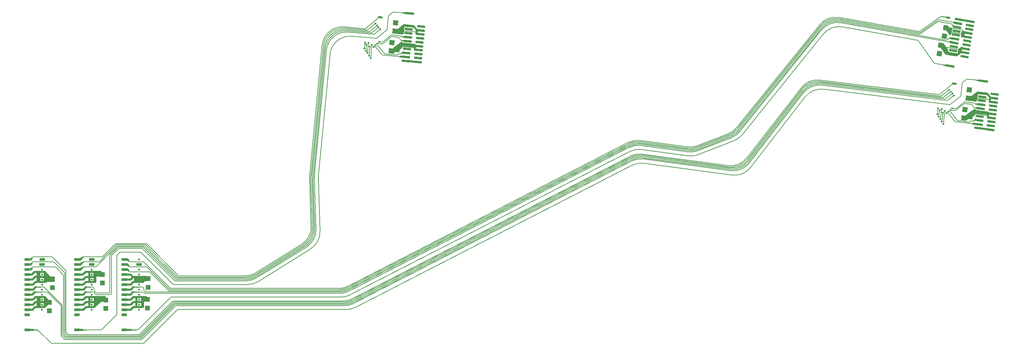
<source format=gbr>
*
G4_C Author: OrCAD GerbTool(tm) 8.1.1 Thu Jun 19 12:26:17 2003*
G4 Mass Parameters *
G4 Image *
G4 Aperture Definitions *
G4 Plot Data *
G4 Mass Parameters *
G4 Image *
G4 Aperture Definitions *
G4 Plot Data *
G4 Mass Parameters *
G4 Image *
G4 Aperture Definitions *
G4 Plot Data *
G4 Mass Parameters *
G4 Image *
G4 Aperture Definitions *
G4 Plot Data *
G4 Mass Parameters *
G4 Image *
G4 Aperture Definitions *
G4 Plot Data *
G4 Mass Parameters *
G4 Image *
G4 Aperture Definitions *
G4 Plot Data *
G4 Mass Parameters *
G4 Image *
G4 Aperture Definitions *
G4 Plot Data *
G4 Mass Parameters *
G4 Image *
G4 Aperture Definitions *
G4 Plot Data *
%LPD*%
%FSLAX34Y34*%
%MOIN*%
%AD*%
%AMD25R98*
20,1,0.025000,0.000000,-0.035000,0.000000,0.035000,98.600000*
%
%AMD10R98*
20,1,0.050000,-0.025000,0.000000,0.025000,0.000000,98.600000*
%
%AMD25R98N2*
20,1,0.025000,0.000000,-0.035000,0.000000,0.035000,98.600000*
%
%AMD10R98N2*
20,1,0.050000,-0.025000,0.000000,0.025000,0.000000,98.600000*
%
%AMD25R86*
20,1,0.025000,0.000000,-0.035000,0.000000,0.035000,86.080000*
%
%AMD10R86*
20,1,0.050000,-0.025000,0.000000,0.025000,0.000000,86.080000*
%
%AMD16R5*
20,1,0.025000,-0.035000,0.000000,0.035000,0.000000,5.450000*
%
%AMD10R5*
20,1,0.050000,-0.025000,0.000000,0.025000,0.000000,5.450000*
%
%AMD16R5N2*
20,1,0.025000,-0.035000,0.000000,0.035000,0.000000,5.450000*
%
%AMD10R5N2*
20,1,0.050000,-0.025000,0.000000,0.025000,0.000000,5.450000*
%
%AMD31R3*
20,1,0.025000,0.034920,-0.002390,-0.034920,0.002390,3.950000*
%
%AMD32R3*
20,1,0.050000,-0.001710,-0.024940,0.001710,0.024940,3.950000*
%
%AMD31R3N2*
20,1,0.025000,0.034920,-0.002390,-0.034920,0.002390,3.910000*
%
%AMD32R3N2*
20,1,0.050000,-0.001710,-0.024940,0.001710,0.024940,3.910000*
%
%AMD31R3N3*
20,1,0.025000,0.034920,-0.002390,-0.034920,0.002390,3.920000*
%
%AMD32R3N3*
20,1,0.050000,-0.001710,-0.024940,0.001710,0.024940,3.920000*
%
%AMD29R88*
20,1,0.022000,0.000000,-0.040000,0.000000,0.040000,88.000000*
%
%AMD42R88*
20,1,0.050000,-0.025000,0.000000,0.025000,0.000000,88.000000*
%
%AMD43R359*
20,1,0.022000,0.039980,-0.001400,-0.039980,0.001400,359.000000*
%
%AMD44R359*
20,1,0.050000,-0.000870,-0.024980,0.000870,0.024980,359.000000*
%
%AMD45R359*
20,1,0.022000,0.039950,-0.002100,-0.039950,0.002100,359.000000*
%
%AMD46R359*
20,1,0.050000,-0.001310,-0.024960,0.001310,0.024960,359.000000*
%
%AMD47R359*
20,1,0.022000,0.039910,-0.002800,-0.039910,0.002800,359.000000*
%
%AMD48R359*
20,1,0.050000,-0.001750,-0.024930,0.001750,0.024930,359.000000*
%
%AMD29R80*
20,1,0.022000,0.000000,-0.040000,0.000000,0.040000,80.000000*
%
%AMD42R80*
20,1,0.050000,-0.025000,0.000000,0.025000,0.000000,80.000000*
%
%AMD29R82*
20,1,0.022000,0.000000,-0.040000,0.000000,0.040000,82.400000*
%
%AMD42R82*
20,1,0.050000,-0.025000,0.000000,0.025000,0.000000,82.400000*
%
%AMD29R85*
20,1,0.022000,0.000000,-0.040000,0.000000,0.040000,85.000000*
%
%AMD42R85*
20,1,0.050000,-0.025000,0.000000,0.025000,0.000000,85.000000*
%
%AMD29R81*
20,1,0.022000,0.000000,-0.040000,0.000000,0.040000,81.000000*
%
%AMD42R81*
20,1,0.050000,-0.025000,0.000000,0.025000,0.000000,81.000000*
%
%AMD57R359*
20,1,0.022000,0.039510,-0.006260,-0.039510,0.006260,359.000000*
%
%AMD58R359*
20,1,0.050000,-0.003910,-0.024690,0.003910,0.024690,359.000000*
%
%AMD29R81N2*
20,1,0.022000,0.000000,-0.040000,0.000000,0.040000,81.000000*
%
%AMD42R81N2*
20,1,0.050000,-0.025000,0.000000,0.025000,0.000000,81.000000*
%
%AMD61R1*
20,1,0.022000,0.039510,-0.006260,-0.039510,0.006260,1.000000*
%
%AMD62R1*
20,1,0.050000,-0.003910,-0.024690,0.003910,0.024690,1.000000*
%
%AMD63R1*
20,1,0.022000,0.039610,-0.005570,-0.039610,0.005570,1.000000*
%
%AMD64R1*
20,1,0.050000,-0.003480,-0.024750,0.003480,0.024750,1.000000*
%
%ADD10R,0.050000X0.050000*%
%ADD11C,0.006000*%
%ADD12C,0.019000*%
%ADD13C,0.007900*%
%ADD14C,0.005000*%
%ADD15C,0.000800*%
%ADD16R,0.070000X0.025000*%
%ADD17R,0.068000X0.023000*%
%ADD18C,0.006000*%
%ADD19C,0.009800*%
%ADD20C,0.010000*%
%ADD21C,0.030000*%
%ADD22C,0.060000*%
%ADD23C,0.035000*%
%ADD24C,0.055000*%
%ADD25R,0.025000X0.070000*%
%ADD26D25R98*%
%ADD27R,0.029000X0.058000*%
%ADD28R,0.031000X0.060000*%
%ADD29R,0.022000X0.080000*%
%ADD30R,0.024000X0.082000*%
%ADD31R,0.030000X0.030000*%
%ADD32D10R86*%
%ADD33D16R5*%
%ADD34D10R5*%
%ADD35D16R5N2*%
%ADD36D10R5N2*%
%ADD37D31R3*%
%ADD38D32R3*%
%ADD39R,0.070000X0.025000*%
%ADD40D32R3N2*%
%ADD41R,0.070000X0.025000*%
%ADD42R,0.050000X0.050000*%
%ADD43D29R88*%
%ADD44D42R88*%
%ADD45D43R359*%
%ADD46D44R359*%
%ADD47D45R359*%
%ADD48D46R359*%
%ADD49D47R359*%
%ADD50D48R359*%
%ADD51D29R80*%
%ADD52D42R80*%
%ADD53D29R82*%
%ADD54D42R82*%
%ADD55D29R85*%
%ADD56D42R85*%
%ADD57D29R81*%
%ADD58D42R81*%
%ADD59D57R359*%
%ADD60D58R359*%
%ADD61D29R81N2*%
%ADD62D42R81N2*%
%ADD63D61R1*%
%ADD64D62R1*%
%ADD65D63R1*%
%ADD66D64R1*%
%ADD256R,0.058000X0.029000*%
G4_C OrCAD GerbTool Tool List *
G54D20*
G1X11497Y1906D2*
G1X10988Y1906D1*
G1X12181Y4166D2*
G54D12*
G1X12181Y4639D1*
G1X12181Y4284D2*
G1X12181Y4756D1*
G1X12234Y6661D2*
G1X12235Y7135D1*
G1X12152Y6156D2*
G54D11*
G1X11564Y6155D1*
G1X12252Y6056D2*
G75*
G3X12152Y6156I-100J0D1*
G74*
G1X11647Y1906D2*
G1X11384Y1906D1*
G1X11717Y1935D2*
G75*
G2X11647Y1906I-71J71D1*
G74*
G1X6188Y1904D2*
G54D12*
G1X5637Y1904D1*
G1X8030Y1907D2*
G54D11*
G1X6386Y1906D1*
G1X8100Y1936D2*
G75*
G2X8030Y1907I-71J71D1*
G74*
G1X6087Y1904D2*
G54D20*
G1X6528Y1904D1*
G1X1288Y1906D2*
G54D12*
G1X739Y1906D1*
G1X1698Y1906D2*
G54D20*
G1X1189Y1906D1*
G1X1768Y1875D2*
G75*
G54D11*
G3X1698Y1906I-71J-71D1*
G74*
G1X10928Y7406D2*
G54D12*
G1X10352Y7405D1*
G1X10483Y6405D2*
G1X10978Y6405D1*
G1X11229Y6657D1*
G1X10490Y5904D2*
G1X10989Y5904D1*
G1X10975Y4907D2*
G1X10428Y4907D1*
G1X10427Y4407D2*
G1X10974Y4407D1*
G1X11225Y4657D1*
G1X10961Y5406D2*
G1X11212Y5657D1*
G1X11226Y5157D2*
G1X10975Y4907D1*
G1X11216Y4157D2*
G1X10968Y3907D1*
G1X10989Y5904D2*
G1X11242Y6157D1*
G1X10973Y6909D2*
G1X10400Y6909D1*
G1X11221Y7157D2*
G1X10973Y6909D1*
G1X9586Y9264D2*
G75*
G54D11*
G2X9616Y9335I100J0D1*
G74*
G1X6288Y9149D2*
G1X6158Y9043D1*
G1X6228Y7403D2*
G54D12*
G1X6480Y7655D1*
G1X6277Y6403D2*
G1X6528Y6655D1*
G1X6274Y4405D2*
G1X6524Y4654D1*
G1X6260Y5405D2*
G1X6510Y5655D1*
G1X6524Y5154D2*
G1X6275Y4905D1*
G1X6515Y4155D2*
G1X6266Y3905D1*
G1X6510Y5655D2*
G54D20*
G1X6987Y5654D1*
G1X6288Y5903D2*
G54D12*
G1X6542Y6156D1*
G1X6542Y6155D2*
G54D20*
G1X6988Y6155D1*
G1X7789Y4655D2*
G54D12*
G1X6541Y4655D1*
G1X7840Y4654D2*
G1X7339Y4155D1*
G1X6515Y4155D1*
G1X6520Y7155D2*
G1X6273Y6906D1*
G1X7813Y4706D2*
G1X7363Y5155D1*
G1X7447Y7155D2*
G1X6520Y7155D1*
G1X6480Y7655D2*
G1X7447Y7655D1*
G1X7448Y6655D2*
G1X6528Y6655D1*
G1X8196Y5008D2*
G1X7695Y4509D1*
G1X6148Y8525D2*
G54D11*
G1X6284Y8637D1*
G75*
G2X6347Y8659I63J-78D1*
G74*
G1X6260Y8117D2*
G1X6153Y8030D1*
G1X6324Y8141D2*
G75*
G3X6260Y8117I0J-100D1*
G74*
G1X7211Y5655D2*
G1X6762Y5655D1*
G1X7283Y5625D2*
G75*
G3X7211Y5655I-71J-71D1*
G74*
G1X7355Y5766D2*
G75*
G2X7326Y5836I71J71D1*
G74*
G1X7326Y6054D1*
G1X7226Y6155D2*
G1X6762Y6155D1*
G1X7326Y6054D2*
G75*
G3X7226Y6155I-100J0D1*
G74*
G1X7521Y5599D2*
G1X7355Y5766D1*
G1X7592Y5569D2*
G75*
G2X7521Y5599I0J100D1*
G74*
G1X7473Y5434D2*
G1X7283Y5625D1*
G1X7544Y5405D2*
G75*
G2X7473Y5434I0J100D1*
G74*
G1X1002Y7800D2*
G1X1132Y7906D1*
G1X1002Y8013D1*
G1X1022Y7984D2*
G1X1022Y7830D1*
G1X1060Y7961D2*
G1X1059Y7852D1*
G1X1007Y7907D2*
G1X1132Y7906D1*
G1X1002Y8300D2*
G1X1132Y8407D1*
G1X1023Y8484D2*
G1X1022Y8330D1*
G1X1059Y8461D2*
G1X1060Y8353D1*
G1X1007Y8407D2*
G1X1132Y8407D1*
G1X1024Y8984D2*
G1X1023Y8830D1*
G1X1060Y8961D2*
G1X1061Y8853D1*
G1X1009Y8906D2*
G1X1133Y8907D1*
G1X1199Y8562D2*
G75*
G2X1298Y8662I100J0D1*
G74*
G1X1199Y8506D2*
G1X1199Y8562D1*
G1X1098Y8407D2*
G75*
G3X1199Y8506I0J100D1*
G74*
G1X1007Y7907D2*
G1X1132Y7906D1*
G1X1198Y8061D2*
G75*
G2X1298Y8161I100J0D1*
G74*
G1X1199Y8007D2*
G1X1198Y8061D1*
G1X1098Y7907D2*
G75*
G3X1199Y8007I0J100D1*
G74*
G1X1132Y8907D2*
G1X1002Y9013D1*
G1X1008Y8907D2*
G1X1132Y8907D1*
G1X1098Y8906D2*
G75*
G3X1198Y9007I0J100D1*
G74*
G1X1130Y8406D2*
G1X1001Y8513D1*
G1X1047Y8452D2*
G1X1172Y8451D1*
G1X1051Y8487D2*
G1X1176Y8487D1*
G1X1098Y8526D2*
G1X1228Y8632D1*
G1X1056Y8461D2*
G1X1186Y8567D1*
G1X987Y8512D2*
G1X1111Y8511D1*
G1X1065Y8434D2*
G1X1195Y8540D1*
G1X1000Y9013D2*
G1X1126Y9013D1*
G1X1040Y8953D2*
G1X1164Y8953D1*
G1X1042Y8992D2*
G1X1167Y8991D1*
G1X1196Y9064D2*
G1X1066Y8957D1*
G1X1189Y9023D2*
G1X1059Y8917D1*
G1X1174Y8998D2*
G1X1044Y8892D1*
G1X1039Y8478D2*
G1X1169Y8585D1*
G1X1103Y8031D2*
G1X1233Y8137D1*
G1X1022Y7965D2*
G1X1152Y8071D1*
G1X963Y8012D2*
G1X1087Y8012D1*
G1X1055Y7951D2*
G1X1180Y7951D1*
G1X1058Y7984D2*
G1X1183Y7984D1*
G1X1062Y8011D2*
G1X1187Y8010D1*
G1X1057Y7952D2*
G1X1187Y8059D1*
G1X1198Y9007D2*
G1X1198Y9067D1*
G75*
G2X1299Y9167I100J0D1*
G74*
G1X1240Y9150D2*
G1X1110Y9044D1*
G1X1184Y9105D2*
G1X1054Y8999D1*
G1X1179Y7404D2*
G54D12*
G1X602Y7405D1*
G1X1179Y7404D2*
G1X1431Y7656D1*
G1X1071Y8966D2*
G54D11*
G1X1199Y9095D1*
G1X732Y6404D2*
G54D12*
G1X1228Y6404D1*
G1X740Y5904D2*
G1X1240Y5904D1*
G1X678Y3906D2*
G1X1178Y3906D1*
G1X1226Y4906D2*
G1X678Y4905D1*
G1X678Y4406D2*
G1X1224Y4406D1*
G1X678Y5406D2*
G1X1212Y5406D1*
G1X1461Y5656D1*
G1X1467Y4156D2*
G1X1217Y3906D1*
G1X1223Y6907D2*
G1X651Y6908D1*
G1X1471Y7156D2*
G1X1223Y6907D1*
G1X1014Y8810D2*
G54D11*
G1X1144Y8917D1*
G1X1592Y6156D2*
G54D20*
G1X2038Y6155D1*
G1X2891Y4656D2*
G54D12*
G1X2391Y4156D1*
G1X2863Y4706D2*
G1X2414Y5156D1*
G1X1277Y6404D2*
G1X1529Y6656D1*
G1X1273Y4406D2*
G1X1524Y4656D1*
G1X1524Y5155D2*
G1X1275Y4906D1*
G1X1289Y5904D2*
G1X1541Y6157D1*
G1X14937Y6026D2*
G75*
G54D11*
G2X14867Y6055I0J100D1*
G74*
G1X14865Y5906D2*
G75*
G2X14795Y5935I0J100D1*
G74*
G1X14784Y5786D2*
G75*
G2X14714Y5815I0J100D1*
G74*
G1X14919Y5137D2*
G1X11717Y1935D1*
G1X14989Y5166D2*
G75*
G3X14919Y5137I0J-100D1*
G74*
G1X15230Y4786D2*
G75*
G3X15160Y4757I0J-100D1*
G74*
G1X15218Y4637D2*
G75*
G2X15288Y4666I71J-71D1*
G74*
G1X15345Y4546D2*
G75*
G3X15275Y4517I0J-100D1*
G74*
G1X15338Y4397D2*
G75*
G2X15408Y4426I71J-71D1*
G74*
G1X15482Y4306D2*
G75*
G3X15412Y4277I0J-100D1*
G74*
G1X15607Y3897D2*
G75*
G2X15677Y3926I71J-71D1*
G74*
G1X9721Y9974D2*
G75*
G2X9791Y10003I71J-71D1*
G74*
G1X9647Y10094D2*
G75*
G2X9717Y10123I71J-71D1*
G74*
G1X9584Y10214D2*
G75*
G2X9654Y10243I71J-71D1*
G74*
G1X9527Y10334D2*
G75*
G2X9597Y10363I71J-71D1*
G74*
G1X9470Y10454D2*
G75*
G2X9540Y10483I71J-71D1*
G74*
G1X9616Y9335D2*
G1X9872Y9592D1*
G75*
G2X9942Y9621I71J-71D1*
G74*
G1X12113Y976D2*
G1X15412Y4277D1*
G1X12043Y947D2*
G75*
G3X12113Y976I0J100D1*
G74*
G1X15338Y4397D2*
G1X12038Y1096D1*
G75*
G2X11968Y1067I-71J71D1*
G74*
G1X11975Y1216D2*
G1X15275Y4517D1*
G1X11905Y1187D2*
G75*
G3X11975Y1216I0J100D1*
G74*
G1X15218Y4637D2*
G1X11918Y1336D1*
G75*
G2X11848Y1307I-71J71D1*
G74*
G1X11860Y1456D2*
G1X15160Y4757D1*
G1X11790Y1427D2*
G75*
G3X11860Y1456I0J100D1*
G74*
G1X11790Y1427D2*
G1X4840Y1427D1*
G75*
G2X4770Y1456I0J100D1*
G74*
G1X4741Y1307D2*
G1X11848Y1307D1*
G1X4670Y1336D2*
G75*
G3X4741Y1307I71J71D1*
G74*
G1X11905Y1187D2*
G1X4643Y1187D1*
G75*
G2X4572Y1216I0J100D1*
G74*
G1X4568Y1067D2*
G1X11968Y1067D1*
G1X4498Y1096D2*
G75*
G3X4568Y1067I71J71D1*
G74*
G1X12043Y947D2*
G1X4469Y947D1*
G75*
G2X4399Y976I0J100D1*
G74*
G1X4085Y1290D1*
G1X4056Y1360D2*
G75*
G3X4085Y1290I100J0D1*
G74*
G1X4498Y1096D2*
G1X4205Y1389D1*
G75*
G2X4176Y1459I71J71D1*
G74*
G1X4572Y1216D2*
G1X4325Y1465D1*
G75*
G2X4296Y1535I71J71D1*
G74*
G1X4445Y1563D2*
G1X4670Y1336D1*
G1X4416Y1633D2*
G75*
G3X4445Y1563I100J0D1*
G74*
G1X4770Y1456D2*
G1X4568Y1658D1*
G75*
G2X4539Y1728I71J71D1*
G74*
G1X4056Y1360D2*
G1X4056Y4265D1*
G75*
G3X4027Y4335I-100J0D1*
G74*
G1X4176Y1459D2*
G1X4176Y4315D1*
G75*
G3X4147Y4385I-100J0D1*
G74*
G1X4027Y4335D2*
G1X2734Y5627D1*
G1X2664Y5656D2*
G1X1814Y5656D1*
G1X2734Y5627D2*
G75*
G3X2664Y5656I-71J-71D1*
G74*
G1X4147Y4385D2*
G1X2405Y6127D1*
G1X2335Y6156D2*
G1X1813Y6156D1*
G1X2405Y6127D2*
G75*
G3X2335Y6156I-71J-71D1*
G74*
G1X4296Y1535D2*
G1X4296Y7310D1*
G75*
G3X4267Y7380I-100J0D1*
G74*
G1X4416Y1633D2*
G1X4416Y7530D1*
G75*
G3X4387Y7600I-100J0D1*
G74*
G1X4539Y1728D2*
G1X4539Y7766D1*
G75*
G3X4510Y7836I-100J0D1*
G74*
G1X4267Y7380D2*
G1X3516Y8132D1*
G75*
G3X3446Y8161I-71J-71D1*
G74*
G1X4387Y7600D2*
G1X3356Y8632D1*
G75*
G3X3286Y8661I-71J-71D1*
G74*
G1X4510Y7836D2*
G1X3209Y9137D1*
G75*
G3X3139Y9166I-71J-71D1*
G74*
G1X2391Y4156D2*
G54D12*
G1X1467Y4156D1*
G1X2840Y4656D2*
G1X1507Y4656D1*
G1X2414Y5156D2*
G1X1507Y5155D1*
G1X2138Y5656D2*
G54D20*
G1X1507Y5656D1*
G1X2499Y7156D2*
G54D12*
G1X1471Y7156D1*
G1X3286Y8661D2*
G54D11*
G1X1298Y8661D1*
G1X3139Y9166D2*
G1X1299Y9166D1*
G1X3446Y8161D2*
G1X1297Y8161D1*
G1X1768Y1875D2*
G1X3048Y596D1*
G75*
G3X3118Y567I71J71D1*
G74*
G1X12238Y567D1*
G1X12308Y596D2*
G1X15607Y3897D1*
G1X12238Y567D2*
G75*
G3X12308Y596I0J100D1*
G74*
G1X8100Y1936D2*
G1X9557Y3393D1*
G1X9586Y3463D2*
G1X9586Y9264D1*
G1X9557Y3393D2*
G75*
G3X9586Y3463I-71J71D1*
G74*
G1X5628Y3905D2*
G54D12*
G1X6227Y3905D1*
G1X5626Y4405D2*
G1X6274Y4405D1*
G1X6275Y4905D2*
G1X5627Y4904D1*
G1X5627Y5405D2*
G1X6260Y5405D1*
G1X5689Y5903D2*
G1X6288Y5903D1*
G1X5681Y6403D2*
G1X6277Y6403D1*
G1X6228Y7403D2*
G1X5551Y7404D1*
G1X6273Y6906D2*
G1X5599Y6907D1*
G1X6086Y7917D2*
G54D11*
G1X5956Y8022D1*
G1X5956Y7811D2*
G1X6086Y7917D1*
G1X5961Y7917D1*
G1X5976Y7994D2*
G1X5976Y7839D1*
G1X6086Y7917D2*
G1X5961Y7917D1*
G1X6009Y7961D2*
G1X6135Y7961D1*
G1X6052Y7917D2*
G75*
G3X6153Y8017I0J100D1*
G74*
G1X6016Y8021D2*
G1X6141Y8021D1*
G1X6011Y7963D2*
G1X6141Y8069D1*
G1X6152Y8058D2*
G1X6152Y8113D1*
G1X6174Y8136D2*
G1X5976Y7975D1*
G1X6014Y7971D2*
G1X6014Y7863D1*
G1X6012Y7994D2*
G1X6137Y7994D1*
G1X6236Y8159D2*
G75*
G3X6174Y8136I0J-101D1*
G74*
G1X6153Y8017D2*
G1X6153Y8072D1*
G1X6380Y8159D2*
G1X6236Y8159D1*
G1X5918Y8003D2*
G1X6031Y8056D1*
G1X6018Y8050D2*
G1X6131Y8102D1*
G1X6086Y8417D2*
G1X5956Y8522D1*
G1X5956Y8311D2*
G1X6086Y8417D1*
G1X5961Y8417D1*
G1X5976Y8494D2*
G1X5976Y8339D1*
G1X6086Y8417D2*
G1X5961Y8417D1*
G1X6009Y8461D2*
G1X6135Y8461D1*
G1X6052Y8417D2*
G75*
G3X6153Y8517I0J100D1*
G74*
G1X6016Y8521D2*
G1X6141Y8521D1*
G1X6011Y8463D2*
G1X6141Y8569D1*
G1X6152Y8558D2*
G1X6152Y8613D1*
G1X6174Y8636D2*
G1X5976Y8475D1*
G1X6014Y8471D2*
G1X6014Y8363D1*
G1X6012Y8494D2*
G1X6137Y8494D1*
G1X6236Y8659D2*
G75*
G3X6174Y8636I0J-101D1*
G74*
G1X6153Y8517D2*
G1X6153Y8572D1*
G1X6380Y8659D2*
G1X6236Y8659D1*
G1X5918Y8504D2*
G1X6031Y8556D1*
G1X6018Y8550D2*
G1X6131Y8603D1*
G1X6088Y8916D2*
G1X5958Y9021D1*
G1X5958Y8810D2*
G1X6088Y8916D1*
G1X5963Y8916D1*
G1X5978Y8993D2*
G1X5978Y8838D1*
G1X6088Y8916D2*
G1X5963Y8916D1*
G1X6011Y8960D2*
G1X6137Y8960D1*
G1X6054Y8916D2*
G75*
G3X6155Y9016I0J100D1*
G74*
G1X6018Y9020D2*
G1X6143Y9020D1*
G1X6013Y8962D2*
G1X6143Y9068D1*
G1X6154Y9057D2*
G1X6154Y9112D1*
G1X6176Y9135D2*
G1X5978Y8974D1*
G1X6016Y8970D2*
G1X6016Y8862D1*
G1X6014Y8993D2*
G1X6139Y8993D1*
G1X6238Y9158D2*
G75*
G3X6176Y9135I0J-101D1*
G74*
G1X6155Y9016D2*
G1X6155Y9071D1*
G1X6382Y9158D2*
G1X6238Y9158D1*
G1X5920Y9002D2*
G1X6033Y9055D1*
G1X6020Y9049D2*
G1X6133Y9101D1*
G1X6094Y8514D2*
G1X6230Y8626D1*
G1X6112Y8037D2*
G1X6248Y8149D1*
G1X12235Y6656D2*
G54D12*
G1X11229Y6656D1*
G1X11243Y6155D2*
G54D20*
G1X11790Y6156D1*
G1X11212Y5656D2*
G1X11790Y5656D1*
G1X12496Y5156D2*
G54D12*
G1X11226Y5156D1*
G1X12181Y4656D2*
G1X11242Y4656D1*
G1X12181Y4156D2*
G1X11216Y4156D1*
G1X12180Y5656D2*
G54D11*
G1X11533Y5656D1*
G1X12250Y5627D2*
G75*
G3X12180Y5656I-71J-71D1*
G74*
G1X12250Y5627D2*
G1X12302Y5575D1*
G75*
G3X12372Y5546I71J71D1*
G74*
G1X12252Y5903D2*
G1X12252Y6056D1*
G1X12281Y5832D2*
G75*
G2X12252Y5903I71J71D1*
G74*
G1X12281Y5832D2*
G1X12418Y5695D1*
G75*
G3X12488Y5666I71J71D1*
G74*
G1X10428Y5406D2*
G54D12*
G1X10961Y5406D1*
G1X10428Y3906D2*
G1X10929Y3906D1*
G1X10988Y1906D2*
G1X10438Y1906D1*
G1X11799Y6404D3*
G1X11798Y5904D3*
G1X11798Y4405D3*
G1X11797Y5405D3*
G1X11797Y4905D3*
G1X11798Y3904D3*
G1X11797Y7905D3*
G54D256*
G1X11797Y8405D3*
G54D12*
G1X11799Y8905D3*
G54D256*
G1X10327Y8407D3*
G1X10326Y7906D3*
G1X10326Y7407D3*
G1X10326Y6907D3*
G1X10326Y6406D3*
G1X10327Y5906D3*
G1X10327Y5406D3*
G1X10326Y4905D3*
G1X10327Y4406D3*
G1X10326Y3907D3*
G1X10327Y3406D3*
G1X10326Y1906D3*
G1X10327Y8906D3*
G1X12496Y6838D2*
G54D12*
G1X12108Y6838D1*
G1X12503Y7014D2*
G1X12108Y7014D1*
G1X11797Y7405D3*
G1X12495Y7154D2*
G1X11221Y7154D1*
G54D42*
G1X12635Y4085D3*
G1X12636Y4925D3*
G1X12712Y6149D3*
G1X12713Y6989D3*
G54D12*
G1X7109Y6404D3*
G1X7108Y5904D3*
G1X7108Y4405D3*
G1X7108Y6904D3*
G1X7107Y7405D3*
G1X7107Y5405D3*
G1X7107Y4905D3*
G1X7108Y3904D3*
G54D256*
G1X5638Y8407D3*
G1X5637Y7906D3*
G1X5637Y7407D3*
G1X5637Y6907D3*
G1X5637Y6406D3*
G1X5638Y5906D3*
G1X5638Y5406D3*
G1X5637Y4905D3*
G1X5638Y4406D3*
G1X5637Y3907D3*
G1X5638Y3406D3*
G1X5637Y1906D3*
G1X5638Y8906D3*
G1X7107Y8905D3*
G1X7107Y8405D3*
G54D12*
G1X7107Y7905D3*
G1X9584Y10214D2*
G54D11*
G1X7559Y8188D1*
G1X7489Y8159D2*
G1X6324Y8159D1*
G1X7559Y8188D2*
G75*
G2X7489Y8159I-71J71D1*
G74*
G1X6347Y8659D2*
G1X7812Y8659D1*
G1X7882Y8688D2*
G1X9527Y10334D1*
G1X7812Y8659D2*
G75*
G3X7882Y8688I0J100D1*
G74*
G1X9470Y10454D2*
G1X8202Y9187D1*
G1X8132Y9158D2*
G1X6347Y9158D1*
G1X8202Y9187D2*
G75*
G2X8132Y9158I-71J71D1*
G74*
G1X6854Y7122D2*
G54D12*
G1X6854Y7595D1*
G1X6854Y6680D2*
G1X6854Y7153D1*
G1X7363Y6685D2*
G1X7363Y7158D1*
G1X7363Y7092D2*
G1X7363Y7565D1*
G1X5942Y7985D2*
G54D11*
G1X5942Y7830D1*
G1X5927Y7947D2*
G1X5927Y7792D1*
G1X5940Y8483D2*
G1X5940Y8328D1*
G1X5927Y8447D2*
G1X5927Y8292D1*
G1X5937Y8979D2*
G1X5937Y8824D1*
G1X5927Y8947D2*
G1X5927Y8792D1*
G1X6241Y9162D2*
G1X6111Y9056D1*
G1X8804Y5570D2*
G1X7592Y5570D1*
G1X8904Y5670D2*
G75*
G2X8804Y5570I-100J0D1*
G74*
G1X7544Y5405D2*
G1X8955Y5405D1*
G75*
G3X9055Y5505I0J100D1*
G74*
G1X9054Y9265D1*
G1X9083Y9336D2*
G1X9721Y9974D1*
G1X9054Y9265D2*
G75*
G2X9083Y9336I100J0D1*
G74*
G1X8904Y5670D2*
G1X8904Y9309D1*
G1X8933Y9380D2*
G1X9647Y10094D1*
G1X8904Y9309D2*
G75*
G2X8933Y9380I100J0D1*
G74*
G54D42*
G1X8503Y4031D3*
G1X8504Y4871D3*
G1X7992Y7655D2*
G54D12*
G1X7422Y7655D1*
G1X7447Y6655D2*
G1X7447Y7644D1*
G1X7381Y7014D2*
G1X7437Y7014D1*
G1X7437Y6837D2*
G1X7381Y6837D1*
G1X7999Y7483D2*
G1X7429Y7483D1*
G1X8005Y7296D2*
G1X7435Y7296D1*
G54D42*
G1X8172Y6573D3*
G1X8173Y7413D3*
G54D12*
G1X2180Y6403D3*
G1X2179Y5903D3*
G1X2179Y4404D3*
G1X2179Y6903D3*
G1X2178Y7404D3*
G1X2178Y5404D3*
G1X2178Y4904D3*
G1X2179Y3903D3*
G1X2178Y7904D3*
G54D256*
G1X2178Y8404D3*
G1X2180Y8904D3*
G1X708Y8406D3*
G1X707Y7905D3*
G1X707Y7406D3*
G1X707Y6906D3*
G1X707Y6405D3*
G1X708Y5905D3*
G1X708Y5405D3*
G1X707Y4904D3*
G1X708Y4405D3*
G1X707Y3906D3*
G1X708Y3405D3*
G1X707Y1904D3*
G1X708Y8905D3*
G1X1471Y7656D2*
G54D12*
G1X2413Y7656D1*
G54D42*
G1X2890Y3796D3*
G1X2891Y4636D3*
G1X3209Y6100D3*
G1X3210Y6940D3*
G1X2504Y7094D2*
G54D12*
G1X3364Y7094D1*
G1X2864Y7206D2*
G1X2415Y7656D1*
G1X3116Y6952D2*
G1X2667Y7402D1*
G1X2504Y6785D2*
G1X3364Y6785D1*
G1X2452Y6949D2*
G1X3312Y6949D1*
G1X3041Y6908D2*
G1X2592Y7358D1*
G1X2598Y6771D2*
G1X2598Y7448D1*
G1X2445Y6656D2*
G1X2445Y7606D1*
G1X2975Y7100D2*
G1X2525Y6656D1*
G1X2507Y6655D2*
G1X1552Y6655D1*
G1X1917Y4178D2*
G1X1917Y5128D1*
G1X1734Y4185D2*
G1X1734Y5135D1*
G1X1899Y6672D2*
G1X1899Y7622D1*
G1X1714Y6658D2*
G1X1714Y7608D1*
G1X2439Y5125D2*
G1X2439Y4226D1*
G1X2597Y4956D2*
G1X2597Y4456D1*
G1X12083Y6740D2*
G1X12083Y7155D1*
G1X11411Y6705D2*
G1X11411Y7155D1*
G1X11192Y7160D2*
G1X10940Y7414D1*
G54D256*
G1X11747Y6988D3*
G1X11726Y6833D3*
G1X10615Y8011D2*
G54D11*
G1X10745Y7905D1*
G1X10615Y7799D1*
G1X10621Y7905D2*
G1X10745Y7905D1*
G1X10621Y7905D1*
G1X10711Y7906D2*
G75*
G2X10811Y7805I0J-100D1*
G74*
G1X10636Y7848D2*
G1X10766Y7741D1*
G1X10575Y7801D2*
G1X10701Y7800D1*
G1X10669Y7861D2*
G1X10793Y7861D1*
G1X10671Y7828D2*
G1X10797Y7828D1*
G1X10676Y7801D2*
G1X10800Y7801D1*
G1X10671Y7859D2*
G1X10801Y7753D1*
G1X10811Y7769D2*
G1X10810Y7714D1*
G1X10811Y7814D2*
G1X10811Y7759D1*
G1X10630Y7965D2*
G1X10630Y7838D1*
G1X10616Y8511D2*
G1X10746Y8405D1*
G1X10620Y8406D1*
G1X10712Y8405D2*
G75*
G2X10811Y8305I0J-100D1*
G74*
G1X10744Y8405D2*
G1X10613Y8299D1*
G1X10661Y8361D2*
G1X10786Y8360D1*
G1X10664Y8325D2*
G1X10789Y8325D1*
G1X10669Y8351D2*
G1X10799Y8245D1*
G1X10599Y8300D2*
G1X10725Y8300D1*
G1X10679Y8378D2*
G1X10809Y8272D1*
G1X10653Y8333D2*
G1X10783Y8227D1*
G1X10810Y8276D2*
G1X10810Y8221D1*
G1X10810Y8319D2*
G1X10810Y8264D1*
G1X10634Y8460D2*
G1X10634Y8333D1*
G1X10621Y8908D2*
G1X10747Y8908D1*
G1X10616Y9014D1*
G1X10746Y8908D2*
G1X10615Y8802D1*
G1X10620Y8908D2*
G1X10746Y8908D1*
G1X10711Y8908D2*
G75*
G2X10811Y8808I0J-100D1*
G74*
G1X10613Y8803D2*
G1X10738Y8802D1*
G1X10652Y8862D2*
G1X10778Y8863D1*
G1X10656Y8823D2*
G1X10780Y8823D1*
G1X10809Y8751D2*
G1X10679Y8857D1*
G1X10803Y8793D2*
G1X10673Y8898D1*
G1X10787Y8817D2*
G1X10657Y8923D1*
G1X10811Y8808D2*
G1X10812Y8748D1*
G1X10796Y8710D2*
G1X10666Y8816D1*
G1X10684Y8849D2*
G1X10812Y8720D1*
G1X10630Y8958D2*
G1X10630Y8831D1*
G1X10716Y7781D2*
G1X10823Y7694D1*
G75*
G3X10886Y7672I63J78D1*
G74*
G1X10712Y8286D2*
G1X10837Y8185D1*
G75*
G3X10900Y8162I63J77D1*
G74*
G1X10722Y8771D2*
G1X10828Y8685D1*
G75*
G3X10891Y8662I63J77D1*
G74*
G1X14714Y5815D2*
G1X12888Y7642D1*
G1X12817Y7672D2*
G1X10886Y7672D1*
G1X12888Y7642D2*
G75*
G3X12817Y7672I-71J-71D1*
G74*
G1X10900Y8162D2*
G1X12527Y8162D1*
G1X12597Y8133D2*
G1X14795Y5935D1*
G1X12527Y8162D2*
G75*
G2X12597Y8133I0J-100D1*
G74*
G1X12181Y4306D2*
G54D12*
G1X12081Y4307D1*
G1X12182Y4469D2*
G1X12082Y4469D1*
G1X12495Y4814D2*
G1X12082Y4814D1*
G1X12082Y4976D2*
G1X12495Y4976D1*
G1X11541Y4160D2*
G1X11541Y4633D1*
G1X11541Y4604D2*
G1X11541Y5076D1*
G1X12081Y4176D2*
G1X12081Y4649D1*
G1X12082Y4599D2*
G1X12082Y5072D1*
G1X6850Y4172D2*
G1X6850Y4645D1*
G1X7607Y4468D2*
G1X7398Y4468D1*
G1X6850Y4645D2*
G1X6850Y5118D1*
G1X8406Y4812D2*
G1X7398Y4812D1*
G1X7398Y4975D2*
G1X8407Y4975D1*
G1X7394Y4245D2*
G1X7394Y4718D1*
G1X7394Y4605D2*
G1X7394Y5078D1*
G1X8406Y5155D2*
G1X6524Y5155D1*
G1X14867Y6055D2*
G54D11*
G1X12289Y8633D1*
G1X12219Y8662D2*
G1X10891Y8662D1*
G1X12289Y8633D2*
G75*
G3X12219Y8662I-71J-71D1*
G74*
G1X15236Y6406D2*
G75*
G2X15165Y6435I0J100D1*
G74*
G1X15335Y6815D2*
G75*
G3X15406Y6786I71J71D1*
G74*
G1X15505Y6906D2*
G75*
G2X15434Y6935I0J100D1*
G74*
G1X15510Y7055D2*
G75*
G3X15581Y7026I71J71D1*
G74*
G1X15676Y7146D2*
G75*
G2X15605Y7175I0J100D1*
G74*
G1X15703Y7295D2*
G75*
G3X15774Y7266I71J71D1*
G74*
G1X9540Y10483D2*
G1X12483Y10483D1*
G1X12554Y10454D2*
G1X15703Y7295D1*
G1X12483Y10483D2*
G75*
G2X12554Y10454I0J-100D1*
G74*
G1X15605Y7175D2*
G1X12455Y10334D1*
G1X12384Y10363D2*
G1X9597Y10363D1*
G1X12455Y10334D2*
G75*
G3X12384Y10363I-71J-71D1*
G74*
G1X9654Y10243D2*
G1X12282Y10243D1*
G1X12353Y10214D2*
G1X15510Y7055D1*
G1X12282Y10243D2*
G75*
G2X12353Y10214I0J-100D1*
G74*
G1X15434Y6935D2*
G1X12277Y10094D1*
G1X12206Y10123D2*
G1X9717Y10123D1*
G1X12277Y10094D2*
G75*
G3X12206Y10123I-71J-71D1*
G74*
G1X9791Y10003D2*
G1X12107Y10003D1*
G1X12178Y9974D2*
G1X15335Y6815D1*
G1X12107Y10003D2*
G75*
G2X12178Y9974I0J-100D1*
G74*
G1X9942Y9621D2*
G1X11939Y9621D1*
G1X12010Y9592D2*
G1X15165Y6435D1*
G1X11939Y9621D2*
G75*
G2X12010Y9592I0J-100D1*
G74*
G1X70296Y21414D2*
G75*
G3X71132Y22025I-728J1874D1*
G74*
G1X71205Y21925D2*
G75*
G2X70369Y21314I-1558J1254D1*
G74*
G1X70443Y21213D2*
G75*
G3X71278Y21825I-728J1874D1*
G74*
G1X71351Y21724D2*
G75*
G2X70516Y21113I-1557J1253D1*
G74*
G1X70590Y21013D2*
G75*
G3X71425Y21624I-728J1874D1*
G74*
G1X71657Y21307D2*
G75*
G2X70822Y20696I-1557J1253D1*
G74*
G1X67212Y20218D2*
G1X70296Y21414D1*
G1X66224Y20100D2*
G75*
G3X67212Y20218I265J1986D1*
G74*
G1X67226Y20095D2*
G1X70369Y21314D1*
G1X66238Y19977D2*
G75*
G3X67226Y20095I265J1986D1*
G74*
G1X67241Y19972D2*
G1X70443Y21213D1*
G1X66253Y19854D2*
G75*
G3X67241Y19972I265J1986D1*
G74*
G1X70516Y21113D2*
G1X67255Y19848D1*
G75*
G2X66268Y19731I-727J1871D1*
G74*
G1X67270Y19725D2*
G1X70590Y21013D1*
G1X66282Y19608D2*
G75*
G3X67270Y19725I265J1986D1*
G74*
G1X67313Y19334D2*
G1X70822Y20696D1*
G1X66325Y19217D2*
G75*
G3X67313Y19334I265J1986D1*
G74*
G1X70289Y18244D2*
G75*
G3X72136Y19003I264J1982D1*
G74*
G1X70342Y18116D2*
G75*
G3X72189Y18875I264J1982D1*
G74*
G1X70395Y17988D2*
G75*
G3X72242Y18747I264J1982D1*
G74*
G1X72295Y18619D2*
G75*
G2X70448Y17860I-1586J1227D1*
G74*
G1X70500Y17731D2*
G75*
G3X72347Y18491I264J1982D1*
G74*
G1X72492Y18056D2*
G75*
G2X70645Y17296I-1586J1227D1*
G74*
G1X66224Y20100D2*
G1X61505Y20729D1*
G75*
G3X60326Y20526I-263J-1975D1*
G74*
G1X61526Y20606D2*
G1X66238Y19977D1*
G1X60347Y20402D2*
G75*
G2X61526Y20606I918J-1785D1*
G74*
G1X66253Y19854D2*
G1X61548Y20481D1*
G75*
G3X60370Y20278I-263J-1975D1*
G74*
G1X61569Y20358D2*
G1X66268Y19731D1*
G1X60390Y20154D2*
G75*
G2X61569Y20358I918J-1785D1*
G74*
G1X66282Y19608D2*
G1X61590Y20234D1*
G75*
G3X60412Y20030I-263J-1975D1*
G74*
G1X61659Y19839D2*
G1X66325Y19217D1*
G1X60480Y19636D2*
G75*
G2X61659Y19839I918J-1785D1*
G74*
G1X70289Y18244D2*
G1X61737Y19385D1*
G75*
G3X60559Y19181I-263J-1975D1*
G74*
G1X61758Y19261D2*
G1X70342Y18116D1*
G1X60580Y19057D2*
G75*
G2X61758Y19261I918J-1785D1*
G74*
G1X70395Y17988D2*
G1X61780Y19137D1*
G75*
G3X60601Y18933I-263J-1975D1*
G74*
G1X61801Y19013D2*
G1X70448Y17860D1*
G1X60622Y18809D2*
G75*
G2X61801Y19013I918J-1785D1*
G74*
G1X70500Y17731D2*
G1X61822Y18889D1*
G75*
G3X60643Y18686I-263J-1975D1*
G74*
G1X61896Y18464D2*
G1X70645Y17296D1*
G1X60717Y18260D2*
G75*
G2X61896Y18464I918J-1785D1*
G74*
G1X14937Y6026D2*
G1X31629Y6026D1*
G1X32543Y6247D2*
G1X60326Y20526D1*
G1X31629Y6026D2*
G75*
G3X32543Y6247I0J1990D1*
G74*
G1X60347Y20402D2*
G1X32573Y6127D1*
G1X31658Y5906D2*
G1X14865Y5906D1*
G1X32573Y6127D2*
G75*
G2X31658Y5906I-914J1779D1*
G74*
G1X14784Y5786D2*
G1X31686Y5786D1*
G1X32600Y6007D2*
G1X60370Y20278D1*
G1X31686Y5786D2*
G75*
G3X32600Y6007I0J1990D1*
G74*
G1X60390Y20154D2*
G1X32630Y5887D1*
G1X31716Y5666D2*
G1X12488Y5666D1*
G1X32630Y5887D2*
G75*
G2X31716Y5666I-914J1778D1*
G74*
G1X12372Y5546D2*
G1X31745Y5546D1*
G1X32659Y5767D2*
G1X60412Y20030D1*
G1X31745Y5546D2*
G75*
G3X32659Y5767I0J1990D1*
G74*
G1X60480Y19636D2*
G1X32756Y5387D1*
G1X31841Y5166D2*
G1X14989Y5166D1*
G1X32756Y5387D2*
G75*
G2X31841Y5166I-914J1778D1*
G74*
G1X15230Y4786D2*
G1X32064Y4786D1*
G1X32978Y5007D2*
G1X60559Y19181D1*
G1X32064Y4786D2*
G75*
G3X32978Y5007I0J1990D1*
G74*
G1X60580Y19057D2*
G1X33008Y4887D1*
G1X32094Y4666D2*
G1X15288Y4666D1*
G1X33008Y4887D2*
G75*
G2X32094Y4666I-914J1778D1*
G74*
G1X15345Y4546D2*
G1X32122Y4546D1*
G1X33036Y4767D2*
G1X60601Y18933D1*
G1X32122Y4546D2*
G75*
G3X33036Y4767I0J1990D1*
G74*
G1X60622Y18809D2*
G1X33066Y4647D1*
G1X32152Y4426D2*
G1X15408Y4426D1*
G1X33066Y4647D2*
G75*
G2X32152Y4426I-914J1778D1*
G74*
G1X15482Y4306D2*
G1X32181Y4306D1*
G1X33095Y4527D2*
G1X60643Y18686D1*
G1X32181Y4306D2*
G75*
G3X33095Y4527I0J1990D1*
G74*
G1X60717Y18260D2*
G1X33257Y4147D1*
G1X32343Y3926D2*
G1X15677Y3926D1*
G1X33257Y4147D2*
G75*
G2X32343Y3926I-914J1778D1*
G74*
G1X15676Y7146D2*
G1X22345Y7146D1*
G75*
G3X23402Y7448I0J1997D1*
G74*
G1X15774Y7266D2*
G1X22311Y7266D1*
G75*
G3X23368Y7568I0J1997D1*
G74*
G1X15581Y7026D2*
G1X22380Y7026D1*
G75*
G3X23437Y7328I0J1997D1*
G74*
G1X22414Y6906D2*
G1X15505Y6906D1*
G1X23471Y7208D2*
G75*
G2X22414Y6906I-1057J1699D1*
G74*
G1X15406Y6786D2*
G1X22448Y6786D1*
G75*
G3X23505Y7088I0J1997D1*
G74*
G1X22557Y6406D2*
G1X15236Y6406D1*
G1X23614Y6708D2*
G75*
G2X22557Y6406I-1057J1699D1*
G74*
G1X23368Y7568D2*
G1X27936Y10412D1*
G75*
G3X28878Y12176I-1060J1704D1*
G74*
G1X23402Y7448D2*
G1X28058Y10346D1*
G75*
G3X29000Y12110I-1060J1704D1*
G74*
G1X28180Y10281D2*
G1X23437Y7328D1*
G1X29122Y12045D2*
G75*
G2X28180Y10281I-2001J-66D1*
G74*
G1X23471Y7208D2*
G1X28302Y10216D1*
G75*
G3X29244Y11980I-1060J1704D1*
G74*
G1X28425Y10150D2*
G1X23505Y7088D1*
G1X29367Y11915D2*
G75*
G2X28425Y10150I-2001J-66D1*
G74*
G1X23614Y6708D2*
G1X28812Y9944D1*
G75*
G3X29754Y11708I-1060J1704D1*
G74*
G1X28878Y12176D2*
G1X28719Y16972D1*
G75*
G2X28727Y17230I1946J64D1*
G74*
G1X29000Y12110D2*
G1X28839Y16967D1*
G75*
G2X28847Y17225I1946J64D1*
G74*
G1X29122Y12045D2*
G1X28959Y16965D1*
G75*
G2X28967Y17224I1946J64D1*
G74*
G1X29079Y16960D2*
G1X29244Y11980D1*
G1X29087Y17218D2*
G75*
G3X29079Y16960I2038J-197D1*
G74*
G1X29199Y16957D2*
G1X29367Y11915D1*
G1X29207Y17215D2*
G75*
G3X29199Y16957I2038J-197D1*
G74*
G1X29754Y11708D2*
G1X29580Y16945D1*
G75*
G2X29588Y17203I1945J64D1*
G74*
G1X92325Y28123D2*
G54D12*
G1X91833Y28210D1*
G1X92124Y28159D2*
G54D20*
G1X91623Y28247D1*
G1X90753Y28400D2*
G54D11*
G1X91764Y28222D1*
G1X90688Y28441D2*
G75*
G3X90753Y28400I82J58D1*
G74*
G1X93138Y29779D2*
G54D14*
G1X92646Y29866D1*
G1X92205Y29371D2*
G54D12*
G1X92847Y29258D1*
G1X92634Y32058D2*
G54D20*
G1X92523Y32216D1*
G1X92797Y30438D2*
G54D12*
G1X92305Y30525D1*
G1X92596Y30474D2*
G54D20*
G1X92095Y30562D1*
G1X92866Y30826D2*
G54D12*
G1X92373Y30913D1*
G1X92523Y32216D2*
G54D11*
G1X92469Y32293D1*
G75*
G3X92405Y32334I-82J-58D1*
G74*
G1X91601Y30314D2*
G54D12*
G1X91940Y29829D1*
G1X92094Y29390D2*
G1X92739Y29276D1*
G1X91428Y30041D2*
G1X91840Y29452D1*
G1X92909Y29360D2*
G54D19*
G1X92132Y29497D1*
G1X92856Y29829D2*
G54D14*
G1X91890Y29999D1*
G1X91475Y29973D2*
G54D12*
G1X91889Y29383D1*
G1X92606Y29210D2*
G54D19*
G1X92114Y29297D1*
G1X92192Y31719D2*
G54D12*
G1X91952Y32063D1*
G1X92233Y31503D2*
G1X91992Y31847D1*
G1X92338Y31510D2*
G1X92098Y31854D1*
G1X93959Y32632D2*
G1X93385Y32733D1*
G1X93264Y32355D2*
G1X92690Y32457D1*
G1X92751Y32446D2*
G54D20*
G1X92561Y32479D1*
G54D59*
G1X93715Y29075D3*
G1X93783Y29463D3*
G1X93851Y29850D3*
G1X93920Y30239D3*
G1X93988Y30626D3*
G1X94057Y31015D3*
G1X94125Y31401D3*
G1X94193Y31790D3*
G1X94262Y32178D3*
G1X94330Y32565D3*
G1X92328Y28122D3*
G1X92601Y29672D3*
G1X92669Y30059D3*
G1X92738Y30447D3*
G1X92806Y30835D3*
G1X92875Y31223D3*
G1X92943Y31610D3*
G1X93011Y31998D3*
G1X93080Y32385D3*
G1X93148Y32773D3*
G1X93326Y29507D2*
G54D12*
G1X93399Y29921D1*
G1X93117Y29352D2*
G1X93190Y29766D1*
G1X93449Y29957D2*
G1X93202Y29785D1*
G1X93663Y31490D2*
G54D14*
G1X93529Y31681D1*
G1X93464Y31722D2*
G1X92088Y31965D1*
G1X93529Y31681D2*
G75*
G3X93464Y31722I-82J-58D1*
G74*
G1X93451Y31316D2*
G1X92409Y31500D1*
G1X93914Y31423D2*
G54D20*
G1X93522Y31492D1*
G1X92367Y29251D2*
G54D19*
G1X91874Y29338D1*
G1X93192Y31968D2*
G54D12*
G1X92618Y32069D1*
G1X91743Y30108D2*
G1X92002Y29739D1*
G1X91939Y29379D2*
G1X92003Y29738D1*
G1X91742Y29963D2*
G1X92082Y29478D1*
G1X93374Y29517D2*
G1X92921Y29200D1*
G1X92913Y29155D2*
G54D19*
G1X92319Y29259D1*
G1X93063Y29346D2*
G1X92134Y29509D1*
G54D60*
G1X91226Y29360D3*
G1X91373Y30187D3*
G1X91726Y31106D3*
G1X91873Y31933D3*
G1X91599Y30096D2*
G54D12*
G1X92094Y29390D1*
G1X89272Y31577D2*
G75*
G54D11*
G2X89198Y31560I-58J82D1*
G74*
G1X89301Y31450D2*
G75*
G2X89227Y31433I-58J82D1*
G74*
G1X89332Y31322D2*
G75*
G2X89258Y31306I-58J82D1*
G74*
G1X90688Y28441D2*
G1X89128Y30670D1*
G75*
G3X89063Y30711I-82J-58D1*
G74*
G1X89332Y31322D2*
G1X91071Y32540D1*
G1X91145Y32556D2*
G1X92405Y32334D1*
G1X91071Y32540D2*
G75*
G2X91145Y32556I58J-82D1*
G74*
G1X89301Y31450D2*
G1X91098Y32708D1*
G1X91172Y32724D2*
G1X92676Y32459D1*
G1X91098Y32708D2*
G75*
G2X91172Y32724I58J-82D1*
G74*
G1X89272Y31577D2*
G1X91387Y33057D1*
G75*
G2X91461Y33074I58J-82D1*
G74*
G1X92229Y32935D2*
G54D12*
G1X91951Y32984D1*
G1X91460Y33071D2*
G54D20*
G1X92090Y32959D1*
G1X94047Y31502D2*
G54D14*
G1X93545Y31590D1*
G1X94150Y31448D2*
G1X93649Y31536D1*
G1X93607Y31478D2*
G54D12*
G1X93539Y31093D1*
G1X93647Y31469D2*
G1X93580Y31086D1*
G1X93947Y30948D2*
G54D14*
G1X93446Y31037D1*
G1X93458Y31106D2*
G54D12*
G1X93531Y31520D1*
G1X92286Y31899D2*
G54D20*
G1X92198Y31398D1*
G1X92357Y31891D2*
G1X92269Y31392D1*
G1X92202Y31909D2*
G1X92156Y31650D1*
G1X92446Y31875D2*
G1X92350Y31327D1*
G1X92007Y31735D2*
G54D12*
G1X92302Y31310D1*
G1X92665Y30862D2*
G54D20*
G1X92257Y30934D1*
G1X92256Y30927D2*
G54D11*
G1X91979Y30734D1*
G75*
G2X91905Y30718I-58J82D1*
G74*
G1X95620Y26651D2*
G54D12*
G1X95123Y26712D1*
G1X95417Y26676D2*
G54D20*
G1X94912Y26738D1*
G1X93961Y26826D2*
G75*
G54D11*
G2X94035Y26846I62J-79D1*
G74*
G54D12*
G1X91774Y23662D3*
G1X91614Y22372D3*
G1X91615Y22372D2*
G54D11*
G1X91774Y23662D1*
G1X94259Y23290D2*
G54D12*
G1X94727Y23655D1*
G1X94588Y23370D2*
G1X94257Y23111D1*
G1X94270Y23221D3*
G1X95366Y22716D2*
G1X94787Y22787D1*
G1X94765Y22798D2*
G54D20*
G1X94612Y22679D1*
G1X95489Y24289D2*
G54D12*
G1X94992Y24350D1*
G1X95286Y24313D2*
G54D20*
G1X94781Y24376D1*
G1X95259Y23919D2*
G1X94733Y23983D1*
G1X94944Y23958D2*
G54D12*
G1X95441Y23897D1*
G1X94639Y22372D2*
G54D11*
G1X94625Y22362D1*
G1X94716Y24428D2*
G1X94762Y24370D1*
G1X94650Y24466D2*
G75*
G2X94716Y24428I-12J-99D1*
G74*
G1X94712Y23984D2*
G1X94461Y24305D1*
G75*
G3X94394Y24344I-79J-62D1*
G74*
G1X94920Y26737D2*
G1X94035Y26846D1*
G1X95877Y21858D2*
G54D12*
G1X95299Y21929D1*
G1X93787Y24418D2*
G54D11*
G1X94394Y24344D1*
G1X93713Y24398D2*
G75*
G2X93787Y24418I62J-79D1*
G74*
G1X93776Y24574D2*
G1X94650Y24466D1*
G1X93702Y24553D2*
G75*
G2X93776Y24574I62J-79D1*
G74*
G1X94602Y22669D2*
G1X94435Y22689D1*
G75*
G3X94361Y22669I-12J-98D1*
G74*
G1X94256Y22586D1*
G75*
G2X94182Y22566I-62J79D1*
G74*
G1X93061Y22704D1*
G75*
G2X92996Y22741I12J99D1*
G74*
G1X94424Y22942D2*
G54D12*
G1X93667Y23035D1*
G1X93839Y23109D2*
G1X94307Y23474D1*
G1X93995Y23045D2*
G1X94463Y23410D1*
G1X93855Y22808D2*
G1X94323Y23172D1*
G1X92210Y25780D3*
G1X92362Y25585D3*
G1X92515Y25390D3*
G1X92667Y25195D3*
G1X92067Y24726D2*
G75*
G54D11*
G2X91993Y24706I-62J79D1*
G74*
G54D12*
G1X92511Y23923D3*
G1X92316Y23770D3*
G1X92121Y23618D3*
G1X91926Y23466D3*
G1X92667Y25194D2*
G54D11*
G1X92071Y24728D1*
G75*
G2X91997Y24707I-62J79D1*
G74*
G1X93702Y24553D2*
G1X92880Y23907D1*
G1X92806Y23887D2*
G1X92511Y23923D1*
G1X92880Y23907D2*
G75*
G2X92806Y23887I-62J79D1*
G74*
G1X93713Y24398D2*
G1X92868Y23733D1*
G1X92794Y23712D2*
G1X92316Y23770D1*
G1X92868Y23733D2*
G75*
G2X92794Y23712I-62J78D1*
G74*
G1X91925Y23457D2*
G1X92102Y23435D1*
G75*
G2X92168Y23398I-12J-99D1*
G74*
G1X92121Y23618D2*
G1X92290Y23597D1*
G1X92357Y23560D2*
G1X92996Y22741D1*
G1X92290Y23597D2*
G75*
G2X92357Y23560I-12J-99D1*
G74*
G1X92290Y24316D2*
G75*
G2X92216Y24295I-62J79D1*
G74*
G1X92566Y26372D2*
G1X91214Y25316D1*
G75*
G2X91141Y25296I-62J79D1*
G74*
G1X91430Y25170D2*
G1X92210Y25780D1*
G1X91356Y25150D2*
G75*
G3X91430Y25170I12J99D1*
G74*
G1X92362Y25585D2*
G1X91643Y25022D1*
G75*
G2X91569Y25002I-62J79D1*
G74*
G1X91857Y24875D2*
G1X92515Y25390D1*
G1X91783Y24854D2*
G75*
G3X91857Y24875I12J99D1*
G74*
G54D12*
G1X91101Y23922D3*
G1X91253Y23726D3*
G1X91464Y22567D2*
G54D11*
G1X91580Y23510D1*
G54D12*
G1X91579Y23508D3*
G1X91449Y23879D3*
G1X91323Y22872D3*
G1X91253Y23726D2*
G54D11*
G1X91173Y23067D1*
G1X91449Y23879D2*
G1X91325Y22872D1*
G1X91024Y23302D2*
G1X91100Y23922D1*
G54D12*
G1X91173Y23087D3*
G1X91465Y22595D3*
G1X91025Y23321D3*
G1X94517Y22403D2*
G54D11*
G1X92819Y22611D1*
G1X92753Y22649D2*
G1X92168Y23398D1*
G1X92819Y22611D2*
G75*
G2X92753Y22649I12J99D1*
G74*
G1X94420Y22415D2*
G54D20*
G1X94611Y22391D1*
G1X95172Y22323D2*
G54D12*
G1X94593Y22394D1*
G1X92290Y24316D2*
G54D11*
G1X93313Y25117D1*
G75*
G3X93351Y25183I-62J79D1*
G74*
G1X93504Y26431D1*
G1X93541Y26497D2*
G1X93961Y26826D1*
G1X93504Y26431D2*
G75*
G2X93541Y26497I99J-12D1*
G74*
G54D65*
G1X96289Y21811D3*
G1X96337Y22203D3*
G1X96385Y22593D3*
G1X96433Y22983D3*
G1X96481Y23374D3*
G1X96528Y23764D3*
G1X96576Y24155D3*
G1X96624Y24546D3*
G1X96673Y24937D3*
G1X96720Y25327D3*
G1X95097Y21957D3*
G1X95145Y22348D3*
G1X95192Y22738D3*
G1X95240Y23129D3*
G1X95289Y23520D3*
G1X95336Y23910D3*
G1X95384Y24301D3*
G1X95432Y24692D3*
G1X95480Y25084D3*
G1X95672Y26645D3*
G1X96226Y24580D2*
G54D12*
G1X96277Y25000D1*
G1X94873Y24698D2*
G1X94330Y24764D1*
G1X94873Y24697D2*
G1X94955Y25370D1*
G1X94471Y24894D2*
G1X94913Y25239D1*
G1X94473Y25072D2*
G1X95029Y25507D1*
G1X94889Y24885D2*
G1X94346Y24952D1*
G1X94913Y24958D2*
G1X94370Y25024D1*
G1X96262Y24787D2*
G54D18*
G1X94934Y24950D1*
G1X96256Y25027D2*
G54D12*
G1X95980Y25380D1*
G1X95986Y25338D2*
G1X95064Y25451D1*
G1X95032Y25506D2*
G1X95971Y25391D1*
G1X96033Y23017D2*
G1X96084Y23438D1*
G1X94708Y23325D2*
G1X94760Y23745D1*
G1X94194Y23387D2*
G1X94714Y23765D1*
G1X94425Y22941D2*
G1X94476Y23362D1*
G1X94708Y23325D2*
G1X94377Y23066D1*
G1X94562Y23236D2*
G1X94614Y23657D1*
G54D65*
G1X95169Y23535D3*
G1X95775Y23460D3*
G1X96070Y23582D2*
G54D20*
G1X94778Y23740D1*
G1X96001Y23273D2*
G54D19*
G1X94750Y23426D1*
G54D66*
G1X93674Y22983D3*
G1X93777Y23817D3*
G1X94104Y24944D3*
G1X94208Y25778D3*
G1X92567Y26374D2*
G75*
G54D11*
G2X92641Y26395I62J-79D1*
G74*
G1X92860Y26364D2*
G54D12*
G1X92579Y26399D1*
G1X92640Y26393D2*
G54D20*
G1X92719Y26383D1*
G1X38636Y33361D2*
G54D12*
G1X38138Y33405D1*
G1X38433Y33379D2*
G54D20*
G1X37926Y33423D1*
G1X36973Y33478D2*
G75*
G54D11*
G2X37046Y33500I65J-77D1*
G74*
G54D12*
G1X34897Y30239D3*
G1X34783Y28944D3*
G1X34784Y28944D2*
G54D11*
G1X34897Y30239D1*
G1X37393Y29955D2*
G54D12*
G1X37848Y30335D1*
G1X37720Y30046D2*
G1X37398Y29776D1*
G1X37407Y29886D3*
G1X38520Y29419D2*
G1X37939Y29470D1*
G1X37916Y29480D2*
G54D20*
G1X37768Y29357D1*
G1X38588Y30995D2*
G54D12*
G1X38090Y31039D1*
G1X38385Y31013D2*
G54D20*
G1X37877Y31058D1*
G1X38371Y30618D2*
G1X37843Y30664D1*
G1X38055Y30646D2*
G54D12*
G1X38553Y30602D1*
G1X37805Y29050D2*
G54D11*
G1X37792Y29039D1*
G1X37811Y31108D2*
G1X37859Y31051D1*
G1X37743Y31144D2*
G75*
G2X37811Y31108I-9J-100D1*
G74*
G1X37822Y30664D2*
G1X37560Y30976D1*
G75*
G3X37492Y31012I-77J-65D1*
G74*
G1X37934Y33423D2*
G1X37046Y33500D1*
G1X39061Y28580D2*
G54D12*
G1X38480Y28631D1*
G1X36882Y31065D2*
G54D11*
G1X37492Y31012D1*
G1X36809Y31043D2*
G75*
G2X36882Y31065I65J-77D1*
G74*
G1X36866Y31220D2*
G1X37743Y31144D1*
G1X36793Y31198D2*
G75*
G2X36866Y31220I65J-77D1*
G74*
G1X37758Y29346D2*
G1X37590Y29360D1*
G75*
G3X37517Y29337I-9J-99D1*
G74*
G1X37415Y29251D1*
G75*
G2X37342Y29228I-65J77D1*
G74*
G1X36217Y29327D1*
G75*
G2X36150Y29362I9J100D1*
G74*
G1X37570Y29613D2*
G54D12*
G1X36811Y29679D1*
G1X36980Y29759D2*
G1X37435Y30140D1*
G1X37138Y29701D2*
G1X37593Y30082D1*
G1X37007Y29458D2*
G1X37462Y29839D1*
G1X35259Y32372D3*
G1X35418Y32182D3*
G1X35577Y31993D3*
G1X35736Y31803D3*
G1X35153Y31313D2*
G75*
G54D11*
G2X35080Y31290I-65J77D1*
G74*
G54D12*
G1X35625Y30526D3*
G1X35435Y30367D3*
G1X35245Y30208D3*
G1X35056Y30049D3*
G1X35736Y31802D2*
G54D11*
G1X35157Y31315D1*
G75*
G2X35083Y31292I-65J77D1*
G74*
G1X36793Y31198D2*
G1X35994Y30523D1*
G1X35920Y30500D2*
G1X35625Y30526D1*
G1X35994Y30523D2*
G75*
G2X35920Y30500I-65J77D1*
G74*
G1X36809Y31043D2*
G1X35988Y30349D1*
G1X35915Y30325D2*
G1X35435Y30367D1*
G1X35988Y30349D2*
G75*
G2X35915Y30325I-65J76D1*
G74*
G1X35055Y30040D2*
G1X35233Y30024D1*
G75*
G2X35301Y29989I-9J-100D1*
G74*
G1X35245Y30208D2*
G1X35415Y30193D1*
G1X35483Y30158D2*
G1X36150Y29362D1*
G1X35415Y30193D2*
G75*
G2X35483Y30158I-9J-100D1*
G74*
G1X35390Y30911D2*
G75*
G2X35317Y30888I-65J77D1*
G74*
G1X35594Y32976D2*
G1X34280Y31873D1*
G75*
G2X34208Y31851I-65J77D1*
G74*
G1X34501Y31735D2*
G1X35259Y32372D1*
G1X34427Y31712D2*
G75*
G3X34501Y31735I9J100D1*
G74*
G1X35418Y32182D2*
G1X34719Y31594D1*
G75*
G2X34646Y31571I-65J77D1*
G74*
G1X34938Y31454D2*
G1X35577Y31993D1*
G1X34865Y31432D2*
G75*
G3X34938Y31454I9J100D1*
G74*
G54D12*
G1X34216Y30476D3*
G1X34375Y30285D3*
G1X34626Y29135D2*
G54D11*
G1X34708Y30081D1*
G54D12*
G1X34708Y30079D3*
G1X34564Y30445D3*
G1X34474Y29434D3*
G1X34375Y30285D2*
G54D11*
G1X34317Y29624D1*
G1X34564Y30445D2*
G1X34476Y29434D1*
G1X34160Y29854D2*
G1X34215Y30476D1*
G54D12*
G1X34317Y29644D3*
G1X34626Y29163D3*
G1X34161Y29873D3*
G1X37682Y29077D2*
G54D11*
G1X35979Y29226D1*
G1X35911Y29261D2*
G1X35301Y29989D1*
G1X35979Y29226D2*
G75*
G2X35911Y29261I9J100D1*
G74*
G1X37585Y29086D2*
G54D20*
G1X37777Y29069D1*
G1X38340Y29020D2*
G54D12*
G1X37759Y29070D1*
G1X35390Y30911D2*
G54D11*
G1X36385Y31747D1*
G75*
G3X36420Y31815I-65J77D1*
G74*
G1X36530Y33068D1*
G1X36565Y33135D2*
G1X36973Y33478D1*
G1X36530Y33068D2*
G75*
G2X36565Y33135I100J-9D1*
G74*
G54D55*
G1X39474Y28547D3*
G1X39508Y28940D3*
G1X39542Y29332D3*
G1X39577Y29723D3*
G1X39611Y30116D3*
G1X39645Y30507D3*
G1X39680Y30900D3*
G1X39714Y31292D3*
G1X39748Y31685D3*
G1X39783Y32076D3*
G1X38277Y28652D3*
G1X38312Y29044D3*
G1X38346Y29436D3*
G1X38380Y29828D3*
G1X38415Y30221D3*
G1X38449Y30612D3*
G1X38483Y31005D3*
G1X38517Y31397D3*
G1X38552Y31790D3*
G1X38689Y33357D3*
G1X39314Y31312D2*
G54D12*
G1X39351Y31734D1*
G1X37958Y31383D2*
G1X37413Y31431D1*
G1X37958Y31382D2*
G1X38017Y32057D1*
G1X37549Y31565D2*
G1X37979Y31925D1*
G1X37545Y31743D2*
G1X38086Y32197D1*
G1X37968Y31571D2*
G1X37423Y31618D1*
G1X37989Y31644D2*
G1X37444Y31692D1*
G1X39343Y31521D2*
G54D18*
G1X38010Y31637D1*
G1X39329Y31760D2*
G54D12*
G1X39041Y32103D1*
G1X39048Y32061D2*
G1X38123Y32142D1*
G1X38089Y32197D2*
G1X39031Y32114D1*
G1X39176Y29743D2*
G1X39213Y30166D1*
G1X37842Y30005D2*
G1X37879Y30427D1*
G1X37325Y30049D2*
G1X37832Y30445D1*
G1X37571Y29612D2*
G1X37608Y30034D1*
G1X37842Y30005D2*
G1X37520Y29735D1*
G1X37699Y29911D2*
G1X37736Y30333D1*
G54D55*
G1X38295Y30231D3*
G1X38903Y30177D3*
G1X39193Y30309D2*
G54D20*
G1X37897Y30423D1*
G1X39135Y29998D2*
G54D19*
G1X37880Y30108D1*
G54D56*
G1X36820Y29627D3*
G1X36894Y30464D3*
G1X37181Y31602D3*
G1X37256Y32439D3*
G1X35595Y32978D2*
G75*
G54D11*
G2X35668Y33002I65J-77D1*
G74*
G1X35888Y32978D2*
G54D12*
G1X35606Y33003D1*
G1X35667Y32999D2*
G54D20*
G1X35747Y32992D1*
G1X71132Y22025D2*
G54D11*
G1X79348Y32245D1*
G1X81254Y32961D2*
G1X89198Y31560D1*
G1X79348Y32245D2*
G75*
G2X81254Y32961I1564J-1258D1*
G74*
G1X89227Y31433D2*
G1X81303Y32831D1*
G1X79397Y32114D2*
G1X71205Y21925D1*
G1X81303Y32831D2*
G75*
G3X79397Y32114I-349J-1974D1*
G74*
G1X71278Y21825D2*
G1X79446Y31984D1*
G1X81352Y32700D2*
G1X89258Y31306D1*
G1X79446Y31984D2*
G75*
G2X81352Y32700I1564J-1258D1*
G74*
G1X91905Y30718D2*
G1X81402Y32569D1*
G1X79496Y31853D2*
G1X71351Y21724D1*
G1X81402Y32569D2*
G75*
G3X79496Y31853I-349J-1974D1*
G74*
G1X71425Y21624D2*
G1X79545Y31723D1*
G1X81451Y32439D2*
G1X92158Y30551D1*
G1X79545Y31723D2*
G75*
G2X81451Y32439I1563J-1258D1*
G74*
G1X89063Y30711D2*
G1X81606Y32026D1*
G1X79700Y31310D2*
G1X71657Y21307D1*
G1X81606Y32026D2*
G75*
G3X79700Y31310I-349J-1974D1*
G74*
G1X72136Y19003D2*
G1X77531Y25982D1*
G1X79357Y26743D2*
G1X91141Y25296D1*
G1X77531Y25982D2*
G75*
G2X79357Y26743I1585J-1227D1*
G74*
G1X91356Y25150D2*
G1X79410Y26617D1*
G1X77584Y25855D2*
G1X72189Y18875D1*
G1X79410Y26617D2*
G75*
G3X77584Y25855I-244J-1984D1*
G74*
G1X72242Y18747D2*
G1X77636Y25726D1*
G1X79462Y26488D2*
G1X91569Y25002D1*
G1X77636Y25726D2*
G75*
G2X79462Y26488I1585J-1226D1*
G74*
G1X91783Y24854D2*
G1X79516Y26360D1*
G1X77689Y25598D2*
G1X72295Y18619D1*
G1X79516Y26360D2*
G75*
G3X77689Y25598I-244J-1984D1*
G74*
G1X72347Y18491D2*
G1X77742Y25471D1*
G1X79568Y26233D2*
G1X91997Y24707D1*
G1X77742Y25471D2*
G75*
G2X79568Y26233I1585J-1226D1*
G74*
G1X92216Y24295D2*
G1X79736Y25828D1*
G1X77910Y25066D2*
G1X72492Y18056D1*
G1X79736Y25828D2*
G75*
G3X77910Y25066I-244J-1984D1*
G74*
G1X28727Y17230D2*
G1X29979Y30230D1*
G1X32144Y32031D2*
G1X34208Y31851D1*
G1X29979Y30230D2*
G75*
G2X32144Y32031I1986J-192D1*
G74*
G1X34427Y31712D2*
G1X32252Y31902D1*
G1X30087Y30101D2*
G1X28847Y17225D1*
G1X32252Y31902D2*
G75*
G3X30087Y30101I-175J-2000D1*
G74*
G1X28967Y17224D2*
G1X30195Y29971D1*
G1X32360Y31771D2*
G1X34646Y31571D1*
G1X30195Y29971D2*
G75*
G2X32360Y31771I1986J-192D1*
G74*
G1X34865Y31432D2*
G1X32468Y31641D1*
G1X30303Y29841D2*
G1X29087Y17218D1*
G1X32468Y31641D2*
G75*
G3X30303Y29841I-175J-2000D1*
G74*
G1X35083Y31292D2*
G1X32576Y31511D1*
G1X30411Y29711D2*
G1X29207Y17215D1*
G1X32576Y31511D2*
G75*
G3X30411Y29711I-175J-2000D1*
G74*
G1X35317Y30888D2*
G1X32918Y31098D1*
G1X30753Y29297D2*
G1X29588Y17203D1*
G1X32918Y31098D2*
G75*
G3X30753Y29297I-175J-2000D1*
G74*
M2*

</source>
